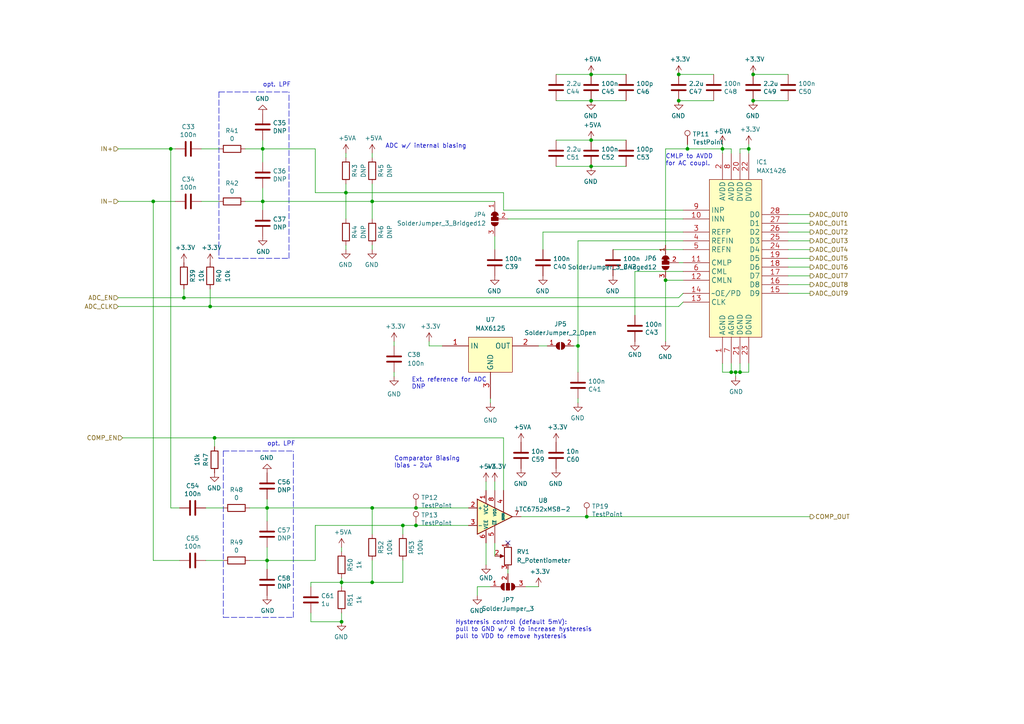
<source format=kicad_sch>
(kicad_sch (version 20211123) (generator eeschema)
  (paper "A4")
  (lib_symbols
    (symbol "Comparator:LTC6752xMS8-2" (pin_names (offset 0.127))
      (property "Reference" "U" (at 3.81 -5.08 0))
      (property "Value" "LTC6752xMS8-2" (at 3.81 -7.62 0))
      (symbol "LTC6752xMS8-2_1_1"
        (polyline (pts (xy -5.08 5.08) (xy 5.08 0) (xy -5.08 -5.08) (xy -5.08 5.08)) (stroke (width 0.254)) (fill (type background)))
        (pin power_in line (at -2.54 7.62 270) (length 3.81) (name "VCC") (number "1"))
        (pin input line (at -7.62 2.54 0) (length 2.54) (name "+") (number "2"))
        (pin input line (at -7.62 -2.54 0) (length 2.54) (name "-") (number "3"))
        (pin input line (at 2.54 7.62 270) (length 6.35) (name "~{SHDN}") (number "4"))
        (pin input line (at 0 -7.62 90) (length 5.08) (name "~{LE}") (number "5"))
        (pin power_in line (at -2.54 -7.62 90) (length 3.81) (name "VEE") (number "6"))
        (pin output line (at 7.62 0 180) (length 2.54) (name "~") (number "7"))
        (pin power_in line (at 0 7.62 270) (length 5.08) (name "VDD") (number "8"))
      )
    )
    (symbol "Connector:TestPoint" (pin_numbers hide) (pin_names (offset 0.762) hide)
      (property "Reference" "TP" (at 0 6.858 0))
      (property "Value" "TestPoint" (at 0 5.08 0))
      (symbol "TestPoint_0_1"
        (circle (center 0 3.302) (radius 0.762))
      )
      (symbol "TestPoint_1_1"
        (pin passive line (at 0 0 90) (length 2.54) (name "1") (number "1"))
      )
    )
    (symbol "Device:C" (pin_numbers hide) (pin_names (offset 0.254))
      (property "Reference" "C" (at 0.635 2.54 0))
      (property "Value" "C" (at 0.635 -2.54 0))
      (symbol "C_0_1"
        (polyline (pts (xy -2.032 -0.762) (xy 2.032 -0.762)) (stroke (width 0.508)))
        (polyline (pts (xy -2.032 0.762) (xy 2.032 0.762)) (stroke (width 0.508)))
      )
      (symbol "C_1_1"
        (pin passive line (at 0 3.81 270) (length 2.794) (name "~") (number "1"))
        (pin passive line (at 0 -3.81 90) (length 2.794) (name "~") (number "2"))
      )
    )
    (symbol "Device:R" (pin_numbers hide) (pin_names (offset 0))
      (property "Reference" "R" (at 2.032 0 90))
      (property "Value" "R" (at 0 0 90))
      (symbol "R_0_1"
        (rectangle (start -1.016 -2.54) (end 1.016 2.54) (stroke (width 0.254)))
      )
      (symbol "R_1_1"
        (pin passive line (at 0 3.81 270) (length 1.27) (name "~") (number "1"))
        (pin passive line (at 0 -3.81 90) (length 1.27) (name "~") (number "2"))
      )
    )
    (symbol "Device:R_Potentiometer" (pin_names (offset 1.016) hide)
      (property "Reference" "RV" (at -4.445 0 90))
      (property "Value" "R_Potentiometer" (at -2.54 0 90))
      (symbol "R_Potentiometer_0_1"
        (polyline (pts (xy 2.54 0) (xy 1.524 0)))
        (polyline (pts (xy 1.143 0) (xy 2.286 0.508) (xy 2.286 -0.508) (xy 1.143 0)) (fill (type outline)))
        (rectangle (start 1.016 2.54) (end -1.016 -2.54) (stroke (width 0.254)))
      )
      (symbol "R_Potentiometer_1_1"
        (pin passive line (at 0 3.81 270) (length 1.27) (name "1") (number "1"))
        (pin passive line (at 3.81 0 180) (length 1.27) (name "2") (number "2"))
        (pin passive line (at 0 -3.81 90) (length 1.27) (name "3") (number "3"))
      )
    )
    (symbol "Jumper:SolderJumper_2_Open" (pin_names (offset 0) hide)
      (property "Reference" "JP" (at 0 2.032 0))
      (property "Value" "SolderJumper_2_Open" (at 0 -2.54 0))
      (symbol "SolderJumper_2_Open_0_1"
        (arc (start -0.254 1.016) (mid -1.27 0) (end -0.254 -1.016))
        (arc (start -0.254 1.016) (mid -1.27 0) (end -0.254 -1.016) (fill (type outline)))
        (polyline (pts (xy -0.254 1.016) (xy -0.254 -1.016)))
        (polyline (pts (xy 0.254 1.016) (xy 0.254 -1.016)))
        (arc (start 0.254 -1.016) (mid 1.27 0) (end 0.254 1.016))
        (arc (start 0.254 -1.016) (mid 1.27 0) (end 0.254 1.016) (fill (type outline)))
      )
      (symbol "SolderJumper_2_Open_1_1"
        (pin passive line (at -3.81 0 0) (length 2.54) (name "A") (number "1"))
        (pin passive line (at 3.81 0 180) (length 2.54) (name "B") (number "2"))
      )
    )
    (symbol "Jumper:SolderJumper_3_Bridged12" (pin_names (offset 0) hide)
      (property "Reference" "JP" (at -2.54 -2.54 0))
      (property "Value" "SolderJumper_3_Bridged12" (at 0 2.794 0))
      (symbol "SolderJumper_3_Bridged12_0_1"
        (rectangle (start -1.016 0.508) (end -0.508 -0.508) (fill (type outline)))
        (arc (start -1.016 1.016) (mid -2.032 0) (end -1.016 -1.016))
        (arc (start -1.016 1.016) (mid -2.032 0) (end -1.016 -1.016) (fill (type outline)))
        (rectangle (start -0.508 1.016) (end 0.508 -1.016) (fill (type outline)))
        (polyline (pts (xy -2.54 0) (xy -2.032 0)))
        (polyline (pts (xy -1.016 1.016) (xy -1.016 -1.016)))
        (polyline (pts (xy 0 -1.27) (xy 0 -1.016)))
        (polyline (pts (xy 1.016 1.016) (xy 1.016 -1.016)))
        (polyline (pts (xy 2.54 0) (xy 2.032 0)))
        (arc (start 1.016 -1.016) (mid 2.032 0) (end 1.016 1.016))
        (arc (start 1.016 -1.016) (mid 2.032 0) (end 1.016 1.016) (fill (type outline)))
      )
      (symbol "SolderJumper_3_Bridged12_1_1"
        (pin passive line (at -5.08 0 0) (length 2.54) (name "A") (number "1"))
        (pin passive line (at 0 -3.81 90) (length 2.54) (name "C") (number "2"))
        (pin passive line (at 5.08 0 180) (length 2.54) (name "B") (number "3"))
      )
    )
    (symbol "Jumper:SolderJumper_3_Open" (pin_names (offset 0) hide)
      (property "Reference" "JP" (at -2.54 -2.54 0))
      (property "Value" "SolderJumper_3_Open" (at 0 2.794 0))
      (symbol "SolderJumper_3_Open_0_1"
        (arc (start -1.016 1.016) (mid -2.032 0) (end -1.016 -1.016))
        (arc (start -1.016 1.016) (mid -2.032 0) (end -1.016 -1.016) (fill (type outline)))
        (rectangle (start -0.508 1.016) (end 0.508 -1.016) (fill (type outline)))
        (polyline (pts (xy -2.54 0) (xy -2.032 0)))
        (polyline (pts (xy -1.016 1.016) (xy -1.016 -1.016)))
        (polyline (pts (xy 0 -1.27) (xy 0 -1.016)))
        (polyline (pts (xy 1.016 1.016) (xy 1.016 -1.016)))
        (polyline (pts (xy 2.54 0) (xy 2.032 0)))
        (arc (start 1.016 -1.016) (mid 2.032 0) (end 1.016 1.016))
        (arc (start 1.016 -1.016) (mid 2.032 0) (end 1.016 1.016) (fill (type outline)))
      )
      (symbol "SolderJumper_3_Open_1_1"
        (pin passive line (at -5.08 0 0) (length 2.54) (name "A") (number "1"))
        (pin passive line (at 0 -3.81 90) (length 2.54) (name "C") (number "2"))
        (pin passive line (at 5.08 0 180) (length 2.54) (name "B") (number "3"))
      )
    )
    (symbol "UserLibrary:MAX1426"
      (property "Reference" "IC" (at -11.43 0 0))
      (property "Value" "MAX1426" (at -11.43 -2.54 0))
      (symbol "MAX1426_0_1"
        (rectangle (start -7.62 -5.08) (end 7.62 -50.8) (fill (type background)))
      )
      (symbol "MAX1426_1_1"
        (pin power_in line (at -3.81 -58.42 90) (length 7.62) (name "AGND") (number "1"))
        (pin input line (at -15.24 -16.51 0) (length 7.62) (name "INN") (number "10"))
        (pin input line (at -15.24 -29.21 0) (length 7.62) (name "CMLP") (number "11"))
        (pin input line (at -15.24 -34.29 0) (length 7.62) (name "CMLN") (number "12"))
        (pin input line (at -15.24 -40.64 0) (length 7.62) (name "CLK") (number "13"))
        (pin input line (at -15.24 -38.1 0) (length 7.62) (name "~OE/PD") (number "14"))
        (pin input line (at 15.24 -38.1 180) (length 7.62) (name "D9") (number "15"))
        (pin input line (at 15.24 -35.56 180) (length 7.62) (name "D8") (number "16"))
        (pin input line (at 15.24 -33.02 180) (length 7.62) (name "D7") (number "17"))
        (pin input line (at 15.24 -30.48 180) (length 7.62) (name "D6") (number "18"))
        (pin input line (at 15.24 -27.94 180) (length 7.62) (name "D5") (number "19"))
        (pin power_in line (at -3.81 2.54 270) (length 7.62) (name "AVDD") (number "2"))
        (pin power_in line (at 1.27 2.54 270) (length 7.62) (name "DVDD") (number "20"))
        (pin power_in line (at 1.27 -58.42 90) (length 7.62) (name "DGND") (number "21"))
        (pin power_in line (at 3.81 2.54 270) (length 7.62) (name "DVDD") (number "22"))
        (pin power_in line (at 3.81 -58.42 90) (length 7.62) (name "DGND") (number "23"))
        (pin input line (at 15.24 -25.4 180) (length 7.62) (name "D4") (number "24"))
        (pin input line (at 15.24 -22.86 180) (length 7.62) (name "D3") (number "25"))
        (pin input line (at 15.24 -20.32 180) (length 7.62) (name "D2") (number "26"))
        (pin input line (at 15.24 -17.78 180) (length 7.62) (name "D1") (number "27"))
        (pin input line (at 15.24 -15.24 180) (length 7.62) (name "D0") (number "28"))
        (pin input line (at -15.24 -20.32 0) (length 7.62) (name "REFP") (number "3"))
        (pin input line (at -15.24 -22.86 0) (length 7.62) (name "REFIN") (number "4"))
        (pin input line (at -15.24 -25.4 0) (length 7.62) (name "REFN") (number "5"))
        (pin input line (at -15.24 -31.75 0) (length 7.62) (name "CML") (number "6"))
        (pin power_in line (at -1.27 -58.42 90) (length 7.62) (name "AGND") (number "7"))
        (pin power_in line (at -1.27 2.54 270) (length 7.62) (name "AVDD") (number "8"))
        (pin input line (at -15.24 -13.97 0) (length 7.62) (name "INP") (number "9"))
      )
    )
    (symbol "UserLibrary:MAX6125"
      (property "Reference" "U?" (at 0 5.08 0))
      (property "Value" "MAX6125" (at 0 2.54 0))
      (symbol "MAX6125_0_1"
        (rectangle (start -6.35 0) (end 6.35 -10.16) (fill (type background)))
      )
      (symbol "MAX6125_1_1"
        (pin power_in line (at -13.97 -2.54 0) (length 7.62) (name "IN") (number "1"))
        (pin output line (at 13.97 -2.54 180) (length 7.62) (name "OUT") (number "2"))
        (pin power_in line (at 0 -17.78 90) (length 7.62) (name "GND") (number "3"))
      )
    )
    (symbol "power:+3.3V" (power) (pin_names (offset 0))
      (property "Value" "+3.3V" (at 0 3.556 0))
      (symbol "+3.3V_0_1"
        (polyline (pts (xy -0.762 1.27) (xy 0 2.54)))
        (polyline (pts (xy 0 0) (xy 0 2.54)))
        (polyline (pts (xy 0 2.54) (xy 0.762 1.27)))
      )
      (symbol "+3.3V_1_1"
        (pin power_in line (at 0 0 90) (length 0) hide (name "+3.3V") (number "1"))
      )
    )
    (symbol "power:+5VA" (power) (pin_names (offset 0))
      (property "Value" "+5VA" (at 0 3.556 0))
      (symbol "+5VA_0_1"
        (polyline (pts (xy -0.762 1.27) (xy 0 2.54)))
        (polyline (pts (xy 0 0) (xy 0 2.54)))
        (polyline (pts (xy 0 2.54) (xy 0.762 1.27)))
      )
      (symbol "+5VA_1_1"
        (pin power_in line (at 0 0 90) (length 0) hide (name "+5VA") (number "1"))
      )
    )
    (symbol "power:GND" (power) (pin_names (offset 0))
      (property "Value" "GND" (at 0 -3.81 0))
      (symbol "GND_0_1"
        (polyline (pts (xy 0 0) (xy 0 -1.27) (xy 1.27 -1.27) (xy 0 -2.54) (xy -1.27 -1.27) (xy 0 -1.27)))
      )
      (symbol "GND_1_1"
        (pin power_in line (at 0 0 270) (length 0) hide (name "GND") (number "1"))
      )
    )
  )
  (junction (at 170.18 149.86))
  (junction (at 196.85 21.59))
  (junction (at 214.63 107.95))
  (junction (at 77.47 162.56))
  (junction (at 218.44 29.21))
  (junction (at 116.84 152.4))
  (junction (at 107.95 147.32))
  (junction (at 193.04 81.28))
  (junction (at 62.23 127))
  (junction (at 99.06 168.91))
  (junction (at 171.45 21.59))
  (junction (at 196.85 29.21))
  (junction (at 53.34 86.36))
  (junction (at 49.53 43.18))
  (junction (at 167.64 100.33))
  (junction (at 99.06 180.34))
  (junction (at 171.45 48.26))
  (junction (at 107.95 58.42))
  (junction (at 77.47 147.32))
  (junction (at 100.33 55.88))
  (junction (at 209.55 43.18))
  (junction (at 60.96 88.9))
  (junction (at 217.17 43.18))
  (junction (at 120.65 152.4))
  (junction (at 107.95 168.91))
  (junction (at 171.45 29.21))
  (junction (at 213.36 107.95))
  (junction (at 199.39 43.18))
  (junction (at 76.2 43.18))
  (junction (at 212.09 107.95))
  (junction (at 120.65 147.32))
  (junction (at 44.45 58.42))
  (junction (at 76.2 58.42))
  (junction (at 171.45 40.64))
  (junction (at 218.44 21.59))
  (no_connect (at 147.32 157.48))
  (wire (pts (xy 143.51 139.7) (xy 143.51 142.24)))
  (wire (pts (xy 234.95 82.55) (xy 228.6 82.55)))
  (wire (pts (xy 209.55 43.18) (xy 209.55 44.45)))
  (wire (pts (xy 146.05 55.88) (xy 146.05 60.96)))
  (wire (pts (xy 91.44 152.4) (xy 116.84 152.4)))
  (wire (pts (xy 90.17 168.91) (xy 90.17 170.18)))
  (wire (pts (xy 170.18 149.86) (xy 234.95 149.86)))
  (wire (pts (xy 209.55 41.91) (xy 209.55 43.18)))
  (wire (pts (xy 167.64 100.33) (xy 167.64 107.95)))
  (wire (pts (xy 198.12 72.39) (xy 177.8 72.39)))
  (wire (pts (xy 76.2 58.42) (xy 76.2 60.96)))
  (wire (pts (xy 196.85 86.36) (xy 198.12 85.09)))
  (wire (pts (xy 49.53 43.18) (xy 49.53 147.32)))
  (wire (pts (xy 214.63 43.18) (xy 217.17 43.18)))
  (wire (pts (xy 140.97 139.7) (xy 140.97 142.24)))
  (wire (pts (xy 77.47 144.78) (xy 77.47 147.32)))
  (wire (pts (xy 72.39 147.32) (xy 77.47 147.32)))
  (wire (pts (xy 138.43 170.18) (xy 142.24 170.18)))
  (wire (pts (xy 76.2 58.42) (xy 107.95 58.42)))
  (wire (pts (xy 161.29 40.64) (xy 171.45 40.64)))
  (wire (pts (xy 152.4 170.18) (xy 156.21 170.18)))
  (wire (pts (xy 58.42 43.18) (xy 63.5 43.18)))
  (wire (pts (xy 171.45 48.26) (xy 181.61 48.26)))
  (wire (pts (xy 90.17 180.34) (xy 99.06 180.34)))
  (wire (pts (xy 49.53 43.18) (xy 50.8 43.18)))
  (wire (pts (xy 107.95 147.32) (xy 120.65 147.32)))
  (wire (pts (xy 114.3 99.06) (xy 114.3 100.33)))
  (wire (pts (xy 35.56 127) (xy 62.23 127)))
  (wire (pts (xy 196.85 88.9) (xy 198.12 87.63)))
  (wire (pts (xy 100.33 72.39) (xy 100.33 71.12)))
  (wire (pts (xy 62.23 127) (xy 146.05 127)))
  (wire (pts (xy 77.47 147.32) (xy 77.47 151.13)))
  (wire (pts (xy 196.85 21.59) (xy 207.01 21.59)))
  (wire (pts (xy 91.44 55.88) (xy 100.33 55.88)))
  (wire (pts (xy 147.32 63.5) (xy 198.12 63.5)))
  (wire (pts (xy 53.34 83.82) (xy 53.34 86.36)))
  (wire (pts (xy 196.85 29.21) (xy 207.01 29.21)))
  (wire (pts (xy 161.29 21.59) (xy 171.45 21.59)))
  (wire (pts (xy 171.45 29.21) (xy 181.61 29.21)))
  (wire (pts (xy 199.39 41.91) (xy 199.39 43.18)))
  (wire (pts (xy 124.46 100.33) (xy 124.46 99.06)))
  (wire (pts (xy 91.44 152.4) (xy 91.44 162.56)))
  (wire (pts (xy 214.63 105.41) (xy 214.63 107.95)))
  (wire (pts (xy 76.2 43.18) (xy 76.2 46.99)))
  (wire (pts (xy 184.15 78.74) (xy 198.12 78.74)))
  (wire (pts (xy 107.95 58.42) (xy 143.51 58.42)))
  (wire (pts (xy 167.64 69.85) (xy 167.64 100.33)))
  (wire (pts (xy 167.64 116.84) (xy 167.64 115.57)))
  (wire (pts (xy 218.44 21.59) (xy 228.6 21.59)))
  (wire (pts (xy 77.47 147.32) (xy 107.95 147.32)))
  (wire (pts (xy 114.3 107.95) (xy 114.3 109.22)))
  (wire (pts (xy 107.95 168.91) (xy 107.95 162.56)))
  (wire (pts (xy 161.29 29.21) (xy 171.45 29.21)))
  (wire (pts (xy 100.33 55.88) (xy 146.05 55.88)))
  (wire (pts (xy 76.2 40.64) (xy 76.2 43.18)))
  (wire (pts (xy 71.12 43.18) (xy 76.2 43.18)))
  (wire (pts (xy 213.36 107.95) (xy 213.36 109.22)))
  (polyline (pts (xy 63.5 74.93) (xy 83.82 74.93)))
  (wire (pts (xy 91.44 162.56) (xy 77.47 162.56)))
  (wire (pts (xy 76.2 43.18) (xy 91.44 43.18)))
  (wire (pts (xy 234.95 62.23) (xy 228.6 62.23)))
  (wire (pts (xy 107.95 72.39) (xy 107.95 71.12)))
  (wire (pts (xy 193.04 81.28) (xy 198.12 81.28)))
  (wire (pts (xy 71.12 58.42) (xy 76.2 58.42)))
  (wire (pts (xy 90.17 177.8) (xy 90.17 180.34)))
  (wire (pts (xy 157.48 67.31) (xy 157.48 72.39)))
  (wire (pts (xy 234.95 64.77) (xy 228.6 64.77)))
  (wire (pts (xy 99.06 168.91) (xy 99.06 170.18)))
  (wire (pts (xy 214.63 44.45) (xy 214.63 43.18)))
  (wire (pts (xy 58.42 58.42) (xy 63.5 58.42)))
  (wire (pts (xy 171.45 21.59) (xy 181.61 21.59)))
  (wire (pts (xy 107.95 58.42) (xy 107.95 63.5)))
  (wire (pts (xy 34.29 43.18) (xy 49.53 43.18)))
  (wire (pts (xy 234.95 85.09) (xy 228.6 85.09)))
  (wire (pts (xy 198.12 67.31) (xy 157.48 67.31)))
  (wire (pts (xy 107.95 44.45) (xy 107.95 45.72)))
  (polyline (pts (xy 63.5 26.67) (xy 63.5 74.93)))
  (wire (pts (xy 76.2 54.61) (xy 76.2 58.42)))
  (wire (pts (xy 91.44 43.18) (xy 91.44 55.88)))
  (wire (pts (xy 62.23 129.54) (xy 62.23 127)))
  (wire (pts (xy 52.07 162.56) (xy 44.45 162.56)))
  (polyline (pts (xy 83.82 74.93) (xy 83.82 26.67)))
  (wire (pts (xy 100.33 55.88) (xy 100.33 63.5)))
  (wire (pts (xy 218.44 29.21) (xy 228.6 29.21)))
  (wire (pts (xy 107.95 53.34) (xy 107.95 58.42)))
  (wire (pts (xy 171.45 40.64) (xy 181.61 40.64)))
  (wire (pts (xy 234.95 74.93) (xy 228.6 74.93)))
  (wire (pts (xy 193.04 43.18) (xy 193.04 71.12)))
  (wire (pts (xy 107.95 168.91) (xy 116.84 168.91)))
  (wire (pts (xy 116.84 168.91) (xy 116.84 162.56)))
  (wire (pts (xy 193.04 81.28) (xy 193.04 99.06)))
  (wire (pts (xy 138.43 170.18) (xy 138.43 172.72)))
  (wire (pts (xy 209.55 105.41) (xy 209.55 107.95)))
  (wire (pts (xy 99.06 180.34) (xy 99.06 177.8)))
  (wire (pts (xy 34.29 86.36) (xy 53.34 86.36)))
  (wire (pts (xy 120.65 147.32) (xy 135.89 147.32)))
  (wire (pts (xy 100.33 44.45) (xy 100.33 45.72)))
  (wire (pts (xy 99.06 158.75) (xy 99.06 160.02)))
  (wire (pts (xy 44.45 58.42) (xy 50.8 58.42)))
  (wire (pts (xy 99.06 167.64) (xy 99.06 168.91)))
  (wire (pts (xy 184.15 78.74) (xy 184.15 91.44)))
  (wire (pts (xy 198.12 69.85) (xy 167.64 69.85)))
  (wire (pts (xy 72.39 162.56) (xy 77.47 162.56)))
  (wire (pts (xy 77.47 158.75) (xy 77.47 162.56)))
  (wire (pts (xy 146.05 142.24) (xy 146.05 127)))
  (wire (pts (xy 212.09 107.95) (xy 213.36 107.95)))
  (wire (pts (xy 196.85 88.9) (xy 60.96 88.9)))
  (polyline (pts (xy 64.77 130.81) (xy 64.77 179.07)))
  (wire (pts (xy 116.84 152.4) (xy 120.65 152.4)))
  (wire (pts (xy 120.65 152.4) (xy 135.89 152.4)))
  (wire (pts (xy 99.06 168.91) (xy 90.17 168.91)))
  (wire (pts (xy 59.69 147.32) (xy 64.77 147.32)))
  (wire (pts (xy 214.63 107.95) (xy 217.17 107.95)))
  (wire (pts (xy 147.32 166.37) (xy 147.32 165.1)))
  (wire (pts (xy 143.51 72.39) (xy 143.51 68.58)))
  (wire (pts (xy 217.17 43.18) (xy 217.17 44.45)))
  (wire (pts (xy 107.95 147.32) (xy 107.95 154.94)))
  (wire (pts (xy 234.95 80.01) (xy 228.6 80.01)))
  (wire (pts (xy 212.09 105.41) (xy 212.09 107.95)))
  (wire (pts (xy 99.06 168.91) (xy 107.95 168.91)))
  (wire (pts (xy 77.47 162.56) (xy 77.47 165.1)))
  (wire (pts (xy 44.45 162.56) (xy 44.45 58.42)))
  (wire (pts (xy 209.55 43.18) (xy 212.09 43.18)))
  (wire (pts (xy 234.95 72.39) (xy 228.6 72.39)))
  (polyline (pts (xy 64.77 130.81) (xy 85.09 130.81)))
  (wire (pts (xy 100.33 53.34) (xy 100.33 55.88)))
  (wire (pts (xy 151.13 149.86) (xy 170.18 149.86)))
  (wire (pts (xy 166.37 100.33) (xy 167.64 100.33)))
  (wire (pts (xy 142.24 115.57) (xy 142.24 116.84)))
  (wire (pts (xy 116.84 152.4) (xy 116.84 154.94)))
  (wire (pts (xy 60.96 83.82) (xy 60.96 88.9)))
  (wire (pts (xy 140.97 157.48) (xy 140.97 163.83)))
  (wire (pts (xy 209.55 107.95) (xy 212.09 107.95)))
  (wire (pts (xy 143.51 157.48) (xy 143.51 161.29)))
  (wire (pts (xy 53.34 86.36) (xy 196.85 86.36)))
  (wire (pts (xy 52.07 147.32) (xy 49.53 147.32)))
  (wire (pts (xy 234.95 77.47) (xy 228.6 77.47)))
  (wire (pts (xy 199.39 43.18) (xy 209.55 43.18)))
  (wire (pts (xy 161.29 48.26) (xy 171.45 48.26)))
  (wire (pts (xy 59.69 162.56) (xy 64.77 162.56)))
  (wire (pts (xy 234.95 69.85) (xy 228.6 69.85)))
  (wire (pts (xy 212.09 43.18) (xy 212.09 44.45)))
  (polyline (pts (xy 85.09 179.07) (xy 85.09 130.81)))
  (polyline (pts (xy 63.5 26.67) (xy 83.82 26.67)))
  (wire (pts (xy 213.36 107.95) (xy 214.63 107.95)))
  (wire (pts (xy 128.27 100.33) (xy 124.46 100.33)))
  (wire (pts (xy 34.29 58.42) (xy 44.45 58.42)))
  (wire (pts (xy 156.21 100.33) (xy 158.75 100.33)))
  (wire (pts (xy 198.12 76.2) (xy 196.85 76.2)))
  (polyline (pts (xy 64.77 179.07) (xy 85.09 179.07)))
  (wire (pts (xy 234.95 67.31) (xy 228.6 67.31)))
  (wire (pts (xy 217.17 41.91) (xy 217.17 43.18)))
  (wire (pts (xy 217.17 107.95) (xy 217.17 105.41)))
  (wire (pts (xy 34.29 88.9) (xy 60.96 88.9)))
  (wire (pts (xy 198.12 60.96) (xy 146.05 60.96)))
  (wire (pts (xy 193.04 43.18) (xy 199.39 43.18)))
  (text "opt. LPF" (at 76.2 25.4 0) (effects (font (size 1.27 1.27)) (justify left bottom)))
  (text "ADC w/ internal biasing" (at 111.76 43.18 0) (effects (font (size 1.27 1.27)) (justify left bottom)))
  (text "CMLP to AVDD\nfor AC coupl." (at 193.04 48.26 0) (effects (font (size 1.27 1.27)) (justify left bottom)))
  (text "opt. LPF" (at 77.47 129.54 0) (effects (font (size 1.27 1.27)) (justify left bottom)))
  (text "Ext. reference for ADC\nDNP" (at 119.38 113.03 0) (effects (font (size 1.27 1.27)) (justify left bottom)))
  (text "Hysteresis control (default 5mV):\npull to GND w/ R to increase hysteresis\npull to VDD to remove hysteresis" (at 132.08 185.42 0) (effects (font (size 1.27 1.27)) (justify left bottom)))
  (text "Comparator Biasing\nIbias ~ 2uA" (at 114.3 135.89 0) (effects (font (size 1.27 1.27)) (justify left bottom)))
  (hierarchical_label "ADC_OUT0" (shape output) (at 234.95 62.23 0))
  (hierarchical_label "ADC_OUT9" (shape output) (at 234.95 85.09 0))
  (hierarchical_label "ADC_OUT8" (shape output) (at 234.95 82.55 0))
  (hierarchical_label "IN+" (shape input) (at 34.29 43.18 180))
  (hierarchical_label "ADC_OUT4" (shape output) (at 234.95 72.39 0))
  (hierarchical_label "ADC_OUT1" (shape output) (at 234.95 64.77 0))
  (hierarchical_label "ADC_OUT7" (shape output) (at 234.95 80.01 0))
  (hierarchical_label "ADC_OUT3" (shape output) (at 234.95 69.85 0))
  (hierarchical_label "COMP_OUT" (shape output) (at 234.95 149.86 0))
  (hierarchical_label "ADC_EN" (shape input) (at 34.29 86.36 180))
  (hierarchical_label "COMP_EN" (shape input) (at 35.56 127 180))
  (hierarchical_label "ADC_OUT6" (shape output) (at 234.95 77.47 0))
  (hierarchical_label "ADC_OUT2" (shape output) (at 234.95 67.31 0))
  (hierarchical_label "ADC_OUT5" (shape output) (at 234.95 74.93 0))
  (hierarchical_label "ADC_CLK" (shape input) (at 34.29 88.9 180))
  (hierarchical_label "IN-" (shape input) (at 34.29 58.42 180))
  (symbol (lib_id "power:+5VA") (at 209.55 41.91 0) (unit 1)
    (property "Reference" "#PWR089" (effects hide))
    (property "Value" "+5VA" (at 209.55 38.1 0))
  )
  (symbol (lib_id "Device:R") (at 67.31 58.42 270) (unit 1)
    (property "Reference" "R42" (at 67.31 53.1622 90))
    (property "Value" "0" (at 67.31 55.4736 90))
    (property "Footprint" "Resistor_SMD:R_0603_1608Metric_Pad0.98x0.95mm_HandSolder" (effects hide))
  )
  (symbol (lib_id "power:GND") (at 171.45 29.21 0) (mirror y) (unit 1)
    (property "Reference" "#PWR095" (effects hide))
    (property "Value" "GND" (at 171.323 33.6042 0))
  )
  (symbol (lib_id "UserLibrary:MAX6125") (at 142.24 97.79 0) (unit 1)
    (property "Reference" "U7" (at 142.24 92.71 0))
    (property "Value" "MAX6125" (at 142.24 95.25 0))
    (property "Footprint" "Package_TO_SOT_SMD:SOT-23" (effects hide))
  )
  (symbol (lib_id "Device:R") (at 107.95 158.75 0) (unit 1)
    (property "Reference" "R52" (at 110.49 158.75 90))
    (property "Value" "100k" (at 113.03 158.75 90))
    (property "Footprint" "Resistor_SMD:R_0603_1608Metric_Pad0.98x0.95mm_HandSolder" (effects hide))
  )
  (symbol (lib_id "Device:C") (at 157.48 76.2 0) (mirror x) (unit 1)
    (property "Reference" "C40" (at 160.401 77.3684 0) (effects (justify left)))
    (property "Value" "100n" (at 160.401 75.057 0) (effects (justify left)))
    (property "Footprint" "Capacitor_SMD:C_0603_1608Metric_Pad1.08x0.95mm_HandSolder" (effects hide))
  )
  (symbol (lib_id "Jumper:SolderJumper_3_Bridged12") (at 143.51 63.5 90) (mirror x) (unit 1)
    (property "Reference" "JP4" (at 140.97 62.2299 90) (effects (justify left)))
    (property "Value" "SolderJumper_3_Bridged12" (at 140.97 64.7699 90) (effects (justify left)))
    (property "Footprint" "Jumper:SolderJumper-3_P1.3mm_Bridged12_RoundedPad1.0x1.5mm" (effects hide))
  )
  (symbol (lib_id "power:+5VA") (at 151.13 128.27 0) (unit 1)
    (property "Reference" "#PWR0111" (effects hide))
    (property "Value" "+5VA" (at 151.511 123.8758 0))
  )
  (symbol (lib_id "Device:C") (at 76.2 36.83 0) (unit 1)
    (property "Reference" "C35" (at 79.121 35.6616 0) (effects (justify left)))
    (property "Value" "DNP" (at 79.121 37.973 0) (effects (justify left)))
    (property "Footprint" "Capacitor_SMD:C_0603_1608Metric_Pad1.08x0.95mm_HandSolder" (effects hide))
  )
  (symbol (lib_id "power:GND") (at 218.44 29.21 0) (mirror y) (unit 1)
    (property "Reference" "#PWR097" (effects hide))
    (property "Value" "GND" (at 218.313 33.6042 0))
  )
  (symbol (lib_id "power:GND") (at 99.06 180.34 0) (mirror y) (unit 1)
    (property "Reference" "#PWR0104" (effects hide))
    (property "Value" "GND" (at 98.933 184.7342 0))
  )
  (symbol (lib_id "power:GND") (at 213.36 109.22 0) (unit 1)
    (property "Reference" "#PWR090" (effects hide))
    (property "Value" "GND" (at 213.487 113.6142 0))
  )
  (symbol (lib_id "Device:C") (at 77.47 168.91 0) (unit 1)
    (property "Reference" "C58" (at 80.391 167.7416 0) (effects (justify left)))
    (property "Value" "DNP" (at 80.391 170.053 0) (effects (justify left)))
    (property "Footprint" "Capacitor_SMD:C_0603_1608Metric_Pad1.08x0.95mm_HandSolder" (effects hide))
  )
  (symbol (lib_id "Device:C") (at 181.61 44.45 0) (mirror x) (unit 1)
    (property "Reference" "C53" (at 184.531 45.6184 0) (effects (justify left)))
    (property "Value" "100p" (at 184.531 43.307 0) (effects (justify left)))
    (property "Footprint" "Capacitor_SMD:C_0603_1608Metric_Pad1.08x0.95mm_HandSolder" (effects hide))
  )
  (symbol (lib_id "Device:C") (at 77.47 154.94 0) (unit 1)
    (property "Reference" "C57" (at 80.391 153.7716 0) (effects (justify left)))
    (property "Value" "DNP" (at 80.391 156.083 0) (effects (justify left)))
    (property "Footprint" "Capacitor_SMD:C_0603_1608Metric_Pad1.08x0.95mm_HandSolder" (effects hide))
  )
  (symbol (lib_id "Comparator:LTC6752xMS8-2") (at 143.51 149.86 0) (unit 1)
    (property "Reference" "U8" (at 157.48 145.161 0))
    (property "Value" "LTC6752xMS8-2" (at 157.48 147.701 0))
    (property "Footprint" "Package_SO:MSOP-8_3x3mm_P0.65mm" (effects hide))
    (property "Datasheet" "https://www.analog.com/media/en/technical-documentation/data-sheets/6752fc.pdf" (effects hide))
  )
  (symbol (lib_id "Device:C") (at 161.29 132.08 0) (mirror x) (unit 1)
    (property "Reference" "C60" (at 164.211 133.2484 0) (effects (justify left)))
    (property "Value" "10n" (at 164.211 130.937 0) (effects (justify left)))
    (property "Footprint" "Capacitor_SMD:C_0603_1608Metric_Pad1.08x0.95mm_HandSolder" (effects hide))
  )
  (symbol (lib_id "Device:C") (at 90.17 173.99 0) (unit 1)
    (property "Reference" "C61" (at 93.091 172.8216 0) (effects (justify left)))
    (property "Value" "1u" (at 93.091 175.133 0) (effects (justify left)))
    (property "Footprint" "Capacitor_SMD:C_0603_1608Metric_Pad1.08x0.95mm_HandSolder" (effects hide))
  )
  (symbol (lib_id "power:GND") (at 143.51 80.01 0) (mirror y) (unit 1)
    (property "Reference" "#PWR083" (effects hide))
    (property "Value" "GND" (at 143.383 84.4042 0))
  )
  (symbol (lib_id "power:+3.3V") (at 217.17 41.91 0) (unit 1)
    (property "Reference" "#PWR091" (effects hide))
    (property "Value" "+3.3V" (at 217.551 37.5158 0))
  )
  (symbol (lib_id "Device:C") (at 55.88 162.56 270) (unit 1)
    (property "Reference" "C55" (at 55.88 156.1592 90))
    (property "Value" "100n" (at 55.88 158.4706 90))
    (property "Footprint" "Capacitor_SMD:C_0603_1608Metric_Pad1.08x0.95mm_HandSolder" (effects hide))
  )
  (symbol (lib_id "power:+5VA") (at 171.45 40.64 0) (unit 1)
    (property "Reference" "#PWR098" (effects hide))
    (property "Value" "+5VA" (at 171.831 36.2458 0))
  )
  (symbol (lib_id "Device:C") (at 181.61 25.4 0) (mirror x) (unit 1)
    (property "Reference" "C46" (at 184.531 26.5684 0) (effects (justify left)))
    (property "Value" "100p" (at 184.531 24.257 0) (effects (justify left)))
    (property "Footprint" "Capacitor_SMD:C_0603_1608Metric_Pad1.08x0.95mm_HandSolder" (effects hide))
  )
  (symbol (lib_id "power:GND") (at 157.48 80.01 0) (mirror y) (unit 1)
    (property "Reference" "#PWR084" (effects hide))
    (property "Value" "GND" (at 157.353 84.4042 0))
  )
  (symbol (lib_id "Device:C") (at 54.61 43.18 270) (unit 1)
    (property "Reference" "C33" (at 54.61 36.7792 90))
    (property "Value" "100n" (at 54.61 39.0906 90))
    (property "Footprint" "Capacitor_SMD:C_0603_1608Metric_Pad1.08x0.95mm_HandSolder" (effects hide))
  )
  (symbol (lib_id "power:+3.3V") (at 124.46 99.06 0) (unit 1)
    (property "Reference" "#PWR081" (effects hide))
    (property "Value" "+3.3V" (at 124.841 94.6658 0))
  )
  (symbol (lib_id "Device:R") (at 62.23 133.35 180) (unit 1)
    (property "Reference" "R47" (at 59.69 133.35 90))
    (property "Value" "10k" (at 57.15 133.35 90))
    (property "Footprint" "Resistor_SMD:R_0603_1608Metric_Pad0.98x0.95mm_HandSolder" (effects hide))
  )
  (symbol (lib_id "Device:C") (at 54.61 58.42 270) (unit 1)
    (property "Reference" "C34" (at 54.61 52.0192 90))
    (property "Value" "100n" (at 54.61 54.3306 90))
    (property "Footprint" "Capacitor_SMD:C_0603_1608Metric_Pad1.08x0.95mm_HandSolder" (effects hide))
  )
  (symbol (lib_id "Device:R") (at 53.34 80.01 0) (unit 1)
    (property "Reference" "R39" (at 55.88 80.01 90))
    (property "Value" "10k" (at 58.42 80.01 90))
    (property "Footprint" "Resistor_SMD:R_0603_1608Metric_Pad0.98x0.95mm_HandSolder" (effects hide))
  )
  (symbol (lib_id "Device:C") (at 228.6 25.4 0) (mirror x) (unit 1)
    (property "Reference" "C50" (at 231.521 26.5684 0) (effects (justify left)))
    (property "Value" "100n" (at 231.521 24.257 0) (effects (justify left)))
    (property "Footprint" "Capacitor_SMD:C_0603_1608Metric_Pad1.08x0.95mm_HandSolder" (effects hide))
  )
  (symbol (lib_id "power:+3.3V") (at 156.21 170.18 0) (unit 1)
    (property "Reference" "#PWR0113" (effects hide))
    (property "Value" "+3.3V" (at 156.591 165.7858 0))
  )
  (symbol (lib_id "Connector:TestPoint") (at 170.18 149.86 0) (unit 1)
    (property "Reference" "TP19" (at 171.6532 146.8628 0) (effects (justify left)))
    (property "Value" "TestPoint" (at 171.6532 149.1742 0) (effects (justify left)))
    (property "Footprint" "TestPoint:TestPoint_Loop_D1.80mm_Drill1.0mm_Beaded" (effects hide))
  )
  (symbol (lib_id "Device:C") (at 161.29 25.4 0) (mirror x) (unit 1)
    (property "Reference" "C44" (at 164.211 26.5684 0) (effects (justify left)))
    (property "Value" "2.2u" (at 164.211 24.257 0) (effects (justify left)))
    (property "Footprint" "Capacitor_SMD:C_0603_1608Metric_Pad1.08x0.95mm_HandSolder" (effects hide))
  )
  (symbol (lib_id "Device:C") (at 76.2 64.77 0) (unit 1)
    (property "Reference" "C37" (at 79.121 63.6016 0) (effects (justify left)))
    (property "Value" "DNP" (at 79.121 65.913 0) (effects (justify left)))
    (property "Footprint" "Capacitor_SMD:C_0603_1608Metric_Pad1.08x0.95mm_HandSolder" (effects hide))
  )
  (symbol (lib_id "Device:C") (at 55.88 147.32 270) (unit 1)
    (property "Reference" "C54" (at 55.88 140.9192 90))
    (property "Value" "100n" (at 55.88 143.2306 90))
    (property "Footprint" "Capacitor_SMD:C_0603_1608Metric_Pad1.08x0.95mm_HandSolder" (effects hide))
  )
  (symbol (lib_id "power:GND") (at 193.04 99.06 0) (mirror y) (unit 1)
    (property "Reference" "#PWR088" (effects hide))
    (property "Value" "GND" (at 192.913 103.4542 0))
  )
  (symbol (lib_id "power:GND") (at 62.23 137.16 0) (mirror y) (unit 1)
    (property "Reference" "#PWR0100" (effects hide))
    (property "Value" "GND" (at 62.103 141.5542 0))
  )
  (symbol (lib_id "power:GND") (at 184.15 99.06 0) (mirror y) (unit 1)
    (property "Reference" "#PWR087" (effects hide))
    (property "Value" "GND" (at 184.15 102.87 0))
  )
  (symbol (lib_id "Connector:TestPoint") (at 120.65 147.32 0) (unit 1)
    (property "Reference" "TP12" (at 122.1232 144.3228 0) (effects (justify left)))
    (property "Value" "TestPoint" (at 122.1232 146.6342 0) (effects (justify left)))
    (property "Footprint" "TestPoint:TestPoint_Loop_D1.80mm_Drill1.0mm_Beaded" (effects hide))
  )
  (symbol (lib_id "power:+5VA") (at 99.06 158.75 0) (unit 1)
    (property "Reference" "#PWR0103" (effects hide))
    (property "Value" "+5VA" (at 99.441 154.3558 0))
  )
  (symbol (lib_id "power:GND") (at 177.8 80.01 0) (mirror y) (unit 1)
    (property "Reference" "#PWR086" (effects hide))
    (property "Value" "GND" (at 177.673 84.4042 0))
  )
  (symbol (lib_id "Device:C") (at 207.01 25.4 0) (mirror x) (unit 1)
    (property "Reference" "C48" (at 209.931 26.5684 0) (effects (justify left)))
    (property "Value" "100n" (at 209.931 24.257 0) (effects (justify left)))
    (property "Footprint" "Capacitor_SMD:C_0603_1608Metric_Pad1.08x0.95mm_HandSolder" (effects hide))
  )
  (symbol (lib_id "power:+5VA") (at 171.45 21.59 0) (unit 1)
    (property "Reference" "#PWR092" (effects hide))
    (property "Value" "+5VA" (at 171.831 17.1958 0))
  )
  (symbol (lib_id "power:GND") (at 76.2 33.02 180) (unit 1)
    (property "Reference" "#PWR073" (effects hide))
    (property "Value" "GND" (at 76.073 28.6258 0))
  )
  (symbol (lib_id "power:GND") (at 140.97 163.83 0) (mirror y) (unit 1)
    (property "Reference" "#PWR0109" (effects hide))
    (property "Value" "GND" (at 140.97 167.64 0))
  )
  (symbol (lib_id "Device:R") (at 99.06 173.99 0) (unit 1)
    (property "Reference" "R51" (at 101.6 173.99 90))
    (property "Value" "1k" (at 104.14 173.99 90))
    (property "Footprint" "Resistor_SMD:R_0603_1608Metric_Pad0.98x0.95mm_HandSolder" (effects hide))
  )
  (symbol (lib_id "Device:C") (at 143.51 76.2 0) (mirror x) (unit 1)
    (property "Reference" "C39" (at 146.431 77.3684 0) (effects (justify left)))
    (property "Value" "100n" (at 146.431 75.057 0) (effects (justify left)))
    (property "Footprint" "Capacitor_SMD:C_0603_1608Metric_Pad1.08x0.95mm_HandSolder" (effects hide))
  )
  (symbol (lib_id "power:GND") (at 142.24 116.84 0) (unit 1)
    (property "Reference" "#PWR082" (effects hide))
    (property "Value" "GND" (at 142.24 121.92 0))
  )
  (symbol (lib_id "power:+3.3V") (at 196.85 21.59 0) (unit 1)
    (property "Reference" "#PWR093" (effects hide))
    (property "Value" "+3.3V" (at 197.231 17.1958 0))
  )
  (symbol (lib_id "Connector:TestPoint") (at 120.65 152.4 0) (unit 1)
    (property "Reference" "TP13" (at 122.1232 149.4028 0) (effects (justify left)))
    (property "Value" "TestPoint" (at 122.1232 151.7142 0) (effects (justify left)))
    (property "Footprint" "TestPoint:TestPoint_Loop_D1.80mm_Drill1.0mm_Beaded" (effects hide))
  )
  (symbol (lib_id "power:+5VA") (at 100.33 44.45 0) (unit 1)
    (property "Reference" "#PWR075" (effects hide))
    (property "Value" "+5VA" (at 100.711 40.0558 0))
  )
  (symbol (lib_id "Connector:TestPoint") (at 199.39 41.91 0) (unit 1)
    (property "Reference" "TP11" (at 200.8632 38.9128 0) (effects (justify left)))
    (property "Value" "TestPoint" (at 200.8632 41.2242 0) (effects (justify left)))
    (property "Footprint" "TestPoint:TestPoint_Loop_D1.80mm_Drill1.0mm_Beaded" (effects hide))
  )
  (symbol (lib_id "Device:C") (at 171.45 25.4 0) (mirror x) (unit 1)
    (property "Reference" "C45" (at 174.371 26.5684 0) (effects (justify left)))
    (property "Value" "100n" (at 174.371 24.257 0) (effects (justify left)))
    (property "Footprint" "Capacitor_SMD:C_0603_1608Metric_Pad1.08x0.95mm_HandSolder" (effects hide))
  )
  (symbol (lib_id "power:GND") (at 151.13 135.89 0) (mirror y) (unit 1)
    (property "Reference" "#PWR0112" (effects hide))
    (property "Value" "GND" (at 151.003 140.2842 0))
  )
  (symbol (lib_id "Device:C") (at 184.15 95.25 0) (mirror x) (unit 1)
    (property "Reference" "C43" (at 187.071 96.4184 0) (effects (justify left)))
    (property "Value" "100n" (at 187.071 94.107 0) (effects (justify left)))
    (property "Footprint" "Capacitor_SMD:C_0603_1608Metric_Pad1.08x0.95mm_HandSolder" (effects hide))
  )
  (symbol (lib_id "Device:C") (at 177.8 76.2 0) (mirror x) (unit 1)
    (property "Reference" "C42" (at 180.721 77.3684 0) (effects (justify left)))
    (property "Value" "100n" (at 180.721 75.057 0) (effects (justify left)))
    (property "Footprint" "Capacitor_SMD:C_0603_1608Metric_Pad1.08x0.95mm_HandSolder" (effects hide))
  )
  (symbol (lib_id "power:GND") (at 171.45 48.26 0) (mirror y) (unit 1)
    (property "Reference" "#PWR099" (effects hide))
    (property "Value" "GND" (at 171.323 52.6542 0))
  )
  (symbol (lib_id "Device:C") (at 77.47 140.97 0) (unit 1)
    (property "Reference" "C56" (at 80.391 139.8016 0) (effects (justify left)))
    (property "Value" "DNP" (at 80.391 142.113 0) (effects (justify left)))
    (property "Footprint" "Capacitor_SMD:C_0603_1608Metric_Pad1.08x0.95mm_HandSolder" (effects hide))
  )
  (symbol (lib_id "Device:C") (at 218.44 25.4 0) (mirror x) (unit 1)
    (property "Reference" "C49" (at 221.361 26.5684 0) (effects (justify left)))
    (property "Value" "2.2u" (at 221.361 24.257 0) (effects (justify left)))
    (property "Footprint" "Capacitor_SMD:C_0603_1608Metric_Pad1.08x0.95mm_HandSolder" (effects hide))
  )
  (symbol (lib_id "power:+3.3V") (at 143.51 139.7 0) (unit 1)
    (property "Reference" "#PWR0110" (effects hide))
    (property "Value" "+3.3V" (at 143.891 135.3058 0))
  )
  (symbol (lib_id "Device:R") (at 60.96 80.01 0) (unit 1)
    (property "Reference" "R40" (at 63.5 80.01 90))
    (property "Value" "10k" (at 66.04 80.01 90))
    (property "Footprint" "Resistor_SMD:R_0603_1608Metric_Pad0.98x0.95mm_HandSolder" (effects hide))
  )
  (symbol (lib_id "Device:R") (at 107.95 49.53 0) (unit 1)
    (property "Reference" "R45" (at 110.49 49.53 90))
    (property "Value" "DNP" (at 113.03 49.53 90))
    (property "Footprint" "Resistor_SMD:R_0603_1608Metric_Pad0.98x0.95mm_HandSolder" (effects hide))
  )
  (symbol (lib_id "power:GND") (at 77.47 172.72 0) (unit 1)
    (property "Reference" "#PWR0102" (effects hide))
    (property "Value" "GND" (at 77.597 177.1142 0))
  )
  (symbol (lib_id "power:+3.3V") (at 218.44 21.59 0) (unit 1)
    (property "Reference" "#PWR094" (effects hide))
    (property "Value" "+3.3V" (at 218.821 17.1958 0))
  )
  (symbol (lib_id "Device:C") (at 114.3 104.14 0) (unit 1)
    (property "Reference" "C38" (at 118.11 102.8699 0) (effects (justify left)))
    (property "Value" "100n" (at 118.11 105.4099 0) (effects (justify left)))
    (property "Footprint" "Capacitor_SMD:C_0603_1608Metric_Pad1.08x0.95mm_HandSolder" (effects hide))
  )
  (symbol (lib_id "Device:R") (at 100.33 49.53 0) (unit 1)
    (property "Reference" "R43" (at 102.87 49.53 90))
    (property "Value" "DNP" (at 105.41 49.53 90))
    (property "Footprint" "Resistor_SMD:R_0603_1608Metric_Pad0.98x0.95mm_HandSolder" (effects hide))
  )
  (symbol (lib_id "Jumper:SolderJumper_2_Open") (at 162.56 100.33 0) (unit 1)
    (property "Reference" "JP5" (at 162.56 93.98 0))
    (property "Value" "SolderJumper_2_Open" (at 162.56 96.52 0))
    (property "Footprint" "Jumper:SolderJumper-2_P1.3mm_Open_RoundedPad1.0x1.5mm" (effects hide))
  )
  (symbol (lib_id "power:+3.3V") (at 114.3 99.06 0) (unit 1)
    (property "Reference" "#PWR079" (effects hide))
    (property "Value" "+3.3V" (at 114.681 94.6658 0))
  )
  (symbol (lib_id "power:+3.3V") (at 161.29 128.27 0) (unit 1)
    (property "Reference" "#PWR0114" (effects hide))
    (property "Value" "+3.3V" (at 161.671 123.8758 0))
  )
  (symbol (lib_id "UserLibrary:MAX1426") (at 213.36 46.99 0) (unit 1)
    (property "Reference" "IC1" (at 219.3151 46.99 0) (effects (justify left)))
    (property "Value" "MAX1426" (at 219.3151 49.53 0) (effects (justify left)))
    (property "Footprint" "Package_SO:SSOP-28_5.3x10.2mm_P0.65mm" (effects hide))
    (property "Datasheet" "https://www.analog.com/media/en/technical-documentation/data-sheets/max1426.pdf" (effects hide))
  )
  (symbol (lib_id "power:GND") (at 76.2 68.58 0) (unit 1)
    (property "Reference" "#PWR074" (effects hide))
    (property "Value" "GND" (at 76.327 72.9742 0))
  )
  (symbol (lib_id "power:+5VA") (at 107.95 44.45 0) (unit 1)
    (property "Reference" "#PWR077" (effects hide))
    (property "Value" "+5VA" (at 108.331 40.0558 0))
  )
  (symbol (lib_id "Device:R") (at 99.06 163.83 0) (unit 1)
    (property "Reference" "R50" (at 101.6 163.83 90))
    (property "Value" "1k" (at 104.14 163.83 90))
    (property "Footprint" "Resistor_SMD:R_0603_1608Metric_Pad0.98x0.95mm_HandSolder" (effects hide))
  )
  (symbol (lib_id "power:GND") (at 167.64 116.84 0) (mirror y) (unit 1)
    (property "Reference" "#PWR085" (effects hide))
    (property "Value" "GND" (at 167.513 121.2342 0))
  )
  (symbol (lib_id "Device:R") (at 67.31 43.18 270) (unit 1)
    (property "Reference" "R41" (at 67.31 37.9222 90))
    (property "Value" "0" (at 67.31 40.2336 90))
    (property "Footprint" "Resistor_SMD:R_0603_1608Metric_Pad0.98x0.95mm_HandSolder" (effects hide))
  )
  (symbol (lib_id "Device:C") (at 151.13 132.08 0) (mirror x) (unit 1)
    (property "Reference" "C59" (at 154.051 133.2484 0) (effects (justify left)))
    (property "Value" "10n" (at 154.051 130.937 0) (effects (justify left)))
    (property "Footprint" "Capacitor_SMD:C_0603_1608Metric_Pad1.08x0.95mm_HandSolder" (effects hide))
  )
  (symbol (lib_id "power:GND") (at 196.85 29.21 0) (mirror y) (unit 1)
    (property "Reference" "#PWR096" (effects hide))
    (property "Value" "GND" (at 196.723 33.6042 0))
  )
  (symbol (lib_id "Device:C") (at 196.85 25.4 0) (mirror x) (unit 1)
    (property "Reference" "C47" (at 199.771 26.5684 0) (effects (justify left)))
    (property "Value" "2.2u" (at 199.771 24.257 0) (effects (justify left)))
    (property "Footprint" "Capacitor_SMD:C_0603_1608Metric_Pad1.08x0.95mm_HandSolder" (effects hide))
  )
  (symbol (lib_id "Device:C") (at 167.64 111.76 0) (mirror x) (unit 1)
    (property "Reference" "C41" (at 170.561 112.9284 0) (effects (justify left)))
    (property "Value" "100n" (at 170.561 110.617 0) (effects (justify left)))
    (property "Footprint" "Capacitor_SMD:C_0603_1608Metric_Pad1.08x0.95mm_HandSolder" (effects hide))
  )
  (symbol (lib_id "power:GND") (at 100.33 72.39 0) (mirror y) (unit 1)
    (property "Reference" "#PWR076" (effects hide))
    (property "Value" "GND" (at 100.203 76.7842 0))
  )
  (symbol (lib_id "power:+3.3V") (at 60.96 76.2 0) (unit 1)
    (property "Reference" "#PWR072" (effects hide))
    (property "Value" "+3.3V" (at 61.341 71.8058 0))
  )
  (symbol (lib_id "Jumper:SolderJumper_3_Bridged12") (at 193.04 76.2 90) (mirror x) (unit 1)
    (property "Reference" "JP6" (at 190.5 74.9299 90) (effects (justify left)))
    (property "Value" "SolderJumper_3_Bridged12" (at 190.5 77.4699 90) (effects (justify left)))
    (property "Footprint" "Jumper:SolderJumper-3_P1.3mm_Bridged12_RoundedPad1.0x1.5mm" (effects hide))
  )
  (symbol (lib_id "Device:R_Potentiometer") (at 147.32 161.29 0) (mirror y) (unit 1)
    (property "Reference" "RV1" (at 149.86 160.0199 0) (effects (justify right)))
    (property "Value" "R_Potentiometer" (at 149.86 162.5599 0) (effects (justify right)))
    (property "Footprint" "Potentiometer_THT:Potentiometer_Bourns_3009P_Horizontal" (effects hide))
  )
  (symbol (lib_id "power:+3.3V") (at 53.34 76.2 0) (unit 1)
    (property "Reference" "#PWR071" (effects hide))
    (property "Value" "+3.3V" (at 53.721 71.8058 0))
  )
  (symbol (lib_id "Device:R") (at 100.33 67.31 0) (unit 1)
    (property "Reference" "R44" (at 102.87 67.31 90))
    (property "Value" "DNP" (at 105.41 67.31 90))
    (property "Footprint" "Resistor_SMD:R_0603_1608Metric_Pad0.98x0.95mm_HandSolder" (effects hide))
  )
  (symbol (lib_id "power:GND") (at 138.43 172.72 0) (mirror y) (unit 1)
    (property "Reference" "#PWR0107" (effects hide))
    (property "Value" "GND" (at 138.303 177.1142 0))
  )
  (symbol (lib_id "Device:C") (at 76.2 50.8 0) (unit 1)
    (property "Reference" "C36" (at 79.121 49.6316 0) (effects (justify left)))
    (property "Value" "DNP" (at 79.121 51.943 0) (effects (justify left)))
    (property "Footprint" "Capacitor_SMD:C_0603_1608Metric_Pad1.08x0.95mm_HandSolder" (effects hide))
  )
  (symbol (lib_id "Device:R") (at 107.95 67.31 0) (unit 1)
    (property "Reference" "R46" (at 110.49 67.31 90))
    (property "Value" "DNP" (at 113.03 67.31 90))
    (property "Footprint" "Resistor_SMD:R_0603_1608Metric_Pad0.98x0.95mm_HandSolder" (effects hide))
  )
  (symbol (lib_id "Device:R") (at 68.58 147.32 270) (unit 1)
    (property "Reference" "R48" (at 68.58 142.0622 90))
    (property "Value" "0" (at 68.58 144.3736 90))
    (property "Footprint" "Resistor_SMD:R_0603_1608Metric_Pad0.98x0.95mm_HandSolder" (effects hide))
  )
  (symbol (lib_id "power:+5VA") (at 140.97 139.7 0) (unit 1)
    (property "Reference" "#PWR0108" (effects hide))
    (property "Value" "+5VA" (at 141.351 135.3058 0))
  )
  (symbol (lib_id "Jumper:SolderJumper_3_Open") (at 147.32 170.18 0) (mirror x) (unit 1)
    (property "Reference" "JP7" (at 147.32 173.99 0))
    (property "Value" "SolderJumper_3" (at 147.32 176.53 0))
    (property "Footprint" "Jumper:SolderJumper-3_P1.3mm_Open_RoundedPad1.0x1.5mm" (effects hide))
  )
  (symbol (lib_id "Device:R") (at 68.58 162.56 270) (unit 1)
    (property "Reference" "R49" (at 68.58 157.3022 90))
    (property "Value" "0" (at 68.58 159.6136 90))
    (property "Footprint" "Resistor_SMD:R_0603_1608Metric_Pad0.98x0.95mm_HandSolder" (effects hide))
  )
  (symbol (lib_id "power:GND") (at 161.29 135.89 0) (mirror y) (unit 1)
    (property "Reference" "#PWR0115" (effects hide))
    (property "Value" "GND" (at 161.163 140.2842 0))
  )
  (symbol (lib_id "Device:C") (at 161.29 44.45 0) (mirror x) (unit 1)
    (property "Reference" "C51" (at 164.211 45.6184 0) (effects (justify left)))
    (property "Value" "2.2u" (at 164.211 43.307 0) (effects (justify left)))
    (property "Footprint" "Capacitor_SMD:C_0603_1608Metric_Pad1.08x0.95mm_HandSolder" (effects hide))
  )
  (symbol (lib_id "power:GND") (at 114.3 109.22 0) (unit 1)
    (property "Reference" "#PWR080" (effects hide))
    (property "Value" "GND" (at 114.3 114.3 0))
  )
  (symbol (lib_id "Device:R") (at 116.84 158.75 0) (unit 1)
    (property "Reference" "R53" (at 119.38 158.75 90))
    (property "Value" "100k" (at 121.92 158.75 90))
    (property "Footprint" "Resistor_SMD:R_0603_1608Metric_Pad0.98x0.95mm_HandSolder" (effects hide))
  )
  (symbol (lib_id "power:GND") (at 107.95 72.39 0) (mirror y) (unit 1)
    (property "Reference" "#PWR078" (effects hide))
    (property "Value" "GND" (at 107.823 76.7842 0))
  )
  (symbol (lib_id "power:GND") (at 77.47 137.16 180) (unit 1)
    (property "Reference" "#PWR0101" (effects hide))
    (property "Value" "GND" (at 77.343 132.7658 0))
  )
  (symbol (lib_id "Device:C") (at 171.45 44.45 0) (mirror x) (unit 1)
    (property "Reference" "C52" (at 174.371 45.6184 0) (effects (justify left)))
    (property "Value" "100n" (at 174.371 43.307 0) (effects (justify left)))
    (property "Footprint" "Capacitor_SMD:C_0603_1608Metric_Pad1.08x0.95mm_HandSolder" (effects hide))
  )
)
</source>
